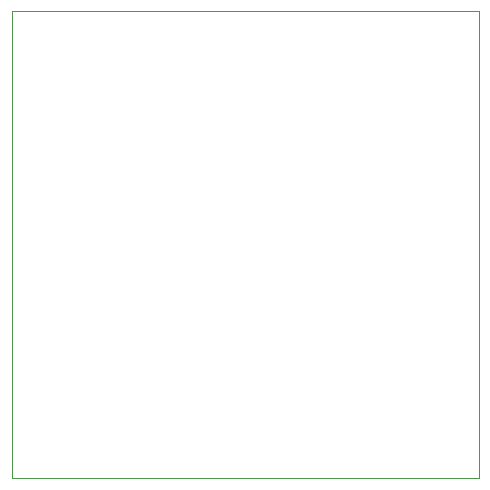
<source format=gbr>
%TF.GenerationSoftware,KiCad,Pcbnew,9.0.4*%
%TF.CreationDate,2025-09-25T23:06:36-04:00*%
%TF.ProjectId,Smarter Watch Stuff,536d6172-7465-4722-9057-617463682053,rev?*%
%TF.SameCoordinates,Original*%
%TF.FileFunction,Profile,NP*%
%FSLAX46Y46*%
G04 Gerber Fmt 4.6, Leading zero omitted, Abs format (unit mm)*
G04 Created by KiCad (PCBNEW 9.0.4) date 2025-09-25 23:06:36*
%MOMM*%
%LPD*%
G01*
G04 APERTURE LIST*
%TA.AperFunction,Profile*%
%ADD10C,0.050000*%
%TD*%
G04 APERTURE END LIST*
D10*
X32500000Y-60500000D02*
X72000000Y-60500000D01*
X72000000Y-100000000D01*
X32500000Y-100000000D01*
X32500000Y-60500000D01*
M02*

</source>
